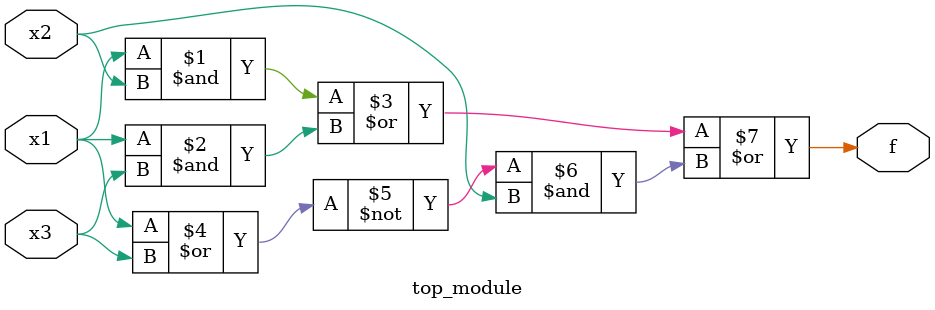
<source format=v>
module top_module( 
    input x3,
    input x2,
    input x1,  // three inputs
    output f   // one output
);

    assign f = (x1 & x2) | (x1 & x3) | ( ~(x1 | x3) & x2);
endmodule

</source>
